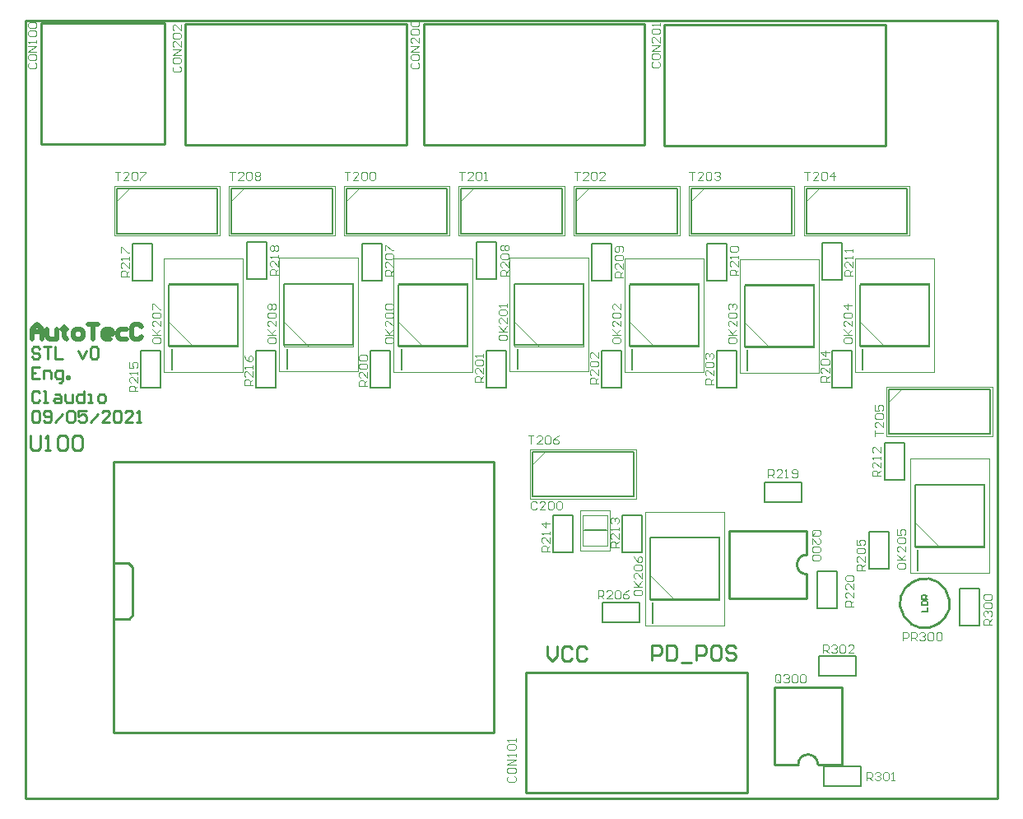
<source format=gto>
G04*
G04 #@! TF.GenerationSoftware,Altium Limited,Altium Designer,20.0.13 (296)*
G04*
G04 Layer_Color=65535*
%FSLAX44Y44*%
%MOMM*%
G71*
G01*
G75*
%ADD10C,0.2540*%
%ADD11C,0.2000*%
%ADD12C,0.1270*%
%ADD13C,0.5000*%
%ADD14C,0.1000*%
%ADD15C,0.0500*%
D10*
X906411Y175070D02*
G03*
X906673Y174658I-21221J-13780D01*
G01*
X775050Y-4318D02*
G03*
X755050Y-4318I-10000J0D01*
G01*
X763778Y211170D02*
G03*
X763778Y191170I0J-10000D01*
G01*
X51480Y145470D02*
X66620D01*
X70260Y149110D01*
Y198180D01*
X66020Y202420D02*
X70260Y198180D01*
X50270Y202420D02*
X66020D01*
X50520Y28310D02*
X442150D01*
X50520D02*
Y306900D01*
X442150D01*
Y28310D02*
Y306900D01*
X474980Y-33485D02*
Y90320D01*
Y-33485D02*
X702345D01*
Y90320D01*
X474980D02*
X702345D01*
X775050Y-4318D02*
X799850D01*
Y75184D01*
X730254D02*
X799850D01*
X730254Y-4318D02*
Y75184D01*
Y-4318D02*
X755050D01*
X763778Y166374D02*
Y191170D01*
X684276Y166374D02*
X763778D01*
X684276D02*
Y235970D01*
X763778D01*
Y211170D02*
Y235970D01*
X-24130Y633984D02*
X102870D01*
X-24130D02*
Y758444D01*
X102870D01*
Y633984D02*
Y758444D01*
X597025Y633045D02*
Y756850D01*
X369660D02*
X597025D01*
X369660Y633045D02*
Y756850D01*
Y633045D02*
X597025D01*
X844550Y632310D02*
Y756115D01*
X617185D02*
X844550D01*
X617185Y632310D02*
Y756115D01*
Y632310D02*
X844550D01*
X351915Y633045D02*
Y756850D01*
X124550D02*
X351915D01*
X124550Y633045D02*
Y756850D01*
Y633045D02*
X351915D01*
X-25463Y423009D02*
X-27462Y425009D01*
X-31461D01*
X-33460Y423009D01*
Y421010D01*
X-31461Y419011D01*
X-27462D01*
X-25463Y417011D01*
Y415012D01*
X-27462Y413013D01*
X-31461D01*
X-33460Y415012D01*
X-21464Y425009D02*
X-13467D01*
X-17465D01*
Y413013D01*
X-9468Y425009D02*
Y413013D01*
X-1470D01*
X14525Y421010D02*
X18523Y413013D01*
X22522Y421010D01*
X26521Y423009D02*
X28520Y425009D01*
X32519D01*
X34518Y423009D01*
Y415012D01*
X32519Y413013D01*
X28520D01*
X26521Y415012D01*
Y423009D01*
X-25463Y404518D02*
X-33460D01*
Y392521D01*
X-25463D01*
X-33460Y398519D02*
X-29461D01*
X-21464Y392521D02*
Y400519D01*
X-15466D01*
X-13467Y398519D01*
Y392521D01*
X-5469Y388523D02*
X-3470D01*
X-1470Y390522D01*
Y400519D01*
X-7468D01*
X-9468Y398519D01*
Y394521D01*
X-7468Y392521D01*
X-1470D01*
X2528D02*
Y394521D01*
X4528D01*
Y392521D01*
X2528D01*
X-25463Y378028D02*
X-27462Y380028D01*
X-31461D01*
X-33460Y378028D01*
Y370031D01*
X-31461Y368031D01*
X-27462D01*
X-25463Y370031D01*
X-21464Y368031D02*
X-17465D01*
X-19464D01*
Y380028D01*
X-21464D01*
X-9468Y376029D02*
X-5469D01*
X-3470Y374029D01*
Y368031D01*
X-9468D01*
X-11467Y370031D01*
X-9468Y372030D01*
X-3470D01*
X529Y376029D02*
Y370031D01*
X2528Y368031D01*
X8526D01*
Y376029D01*
X20522Y380028D02*
Y368031D01*
X14525D01*
X12525Y370031D01*
Y374029D01*
X14525Y376029D01*
X20522D01*
X24521Y368031D02*
X28520D01*
X26521D01*
Y376029D01*
X24521D01*
X36517Y368031D02*
X40516D01*
X42515Y370031D01*
Y374029D01*
X40516Y376029D01*
X36517D01*
X34518Y374029D01*
Y370031D01*
X36517Y368031D01*
X-33460Y357537D02*
X-31461Y359536D01*
X-27462D01*
X-25463Y357537D01*
Y349539D01*
X-27462Y347540D01*
X-31461D01*
X-33460Y349539D01*
Y357537D01*
X-21464Y349539D02*
X-19464Y347540D01*
X-15466D01*
X-13467Y349539D01*
Y357537D01*
X-15466Y359536D01*
X-19464D01*
X-21464Y357537D01*
Y355537D01*
X-19464Y353538D01*
X-13467D01*
X-9468Y347540D02*
X-1470Y355537D01*
X2528Y357537D02*
X4528Y359536D01*
X8526D01*
X10526Y357537D01*
Y349539D01*
X8526Y347540D01*
X4528D01*
X2528Y349539D01*
Y357537D01*
X22522Y359536D02*
X14525D01*
Y353538D01*
X18523Y355537D01*
X20522D01*
X22522Y353538D01*
Y349539D01*
X20522Y347540D01*
X16524D01*
X14525Y349539D01*
X26521Y347540D02*
X34518Y355537D01*
X46514Y347540D02*
X38517D01*
X46514Y355537D01*
Y357537D01*
X44515Y359536D01*
X40516D01*
X38517Y357537D01*
X50513D02*
X52512Y359536D01*
X56511D01*
X58510Y357537D01*
Y349539D01*
X56511Y347540D01*
X52512D01*
X50513Y349539D01*
Y357537D01*
X70506Y347540D02*
X62509D01*
X70506Y355537D01*
Y357537D01*
X68507Y359536D01*
X64508D01*
X62509Y357537D01*
X74505Y347540D02*
X78504D01*
X76504D01*
Y359536D01*
X74505Y357537D01*
X-34581Y333528D02*
Y320832D01*
X-32042Y318293D01*
X-26964D01*
X-24424Y320832D01*
Y333528D01*
X-19346Y318293D02*
X-14268D01*
X-16807D01*
Y333528D01*
X-19346Y330989D01*
X-6650D02*
X-4111Y333528D01*
X967D01*
X3507Y330989D01*
Y320832D01*
X967Y318293D01*
X-4111D01*
X-6650Y320832D01*
Y330989D01*
X8585D02*
X11124Y333528D01*
X16203D01*
X18742Y330989D01*
Y320832D01*
X16203Y318293D01*
X11124D01*
X8585Y320832D01*
Y330989D01*
X604540Y103079D02*
Y118314D01*
X612158D01*
X614697Y115775D01*
Y110697D01*
X612158Y108158D01*
X604540D01*
X619775Y118314D02*
Y103079D01*
X627393D01*
X629932Y105618D01*
Y115775D01*
X627393Y118314D01*
X619775D01*
X635010Y100540D02*
X645167D01*
X650245Y103079D02*
Y118314D01*
X657863D01*
X660402Y115775D01*
Y110697D01*
X657863Y108158D01*
X650245D01*
X673098Y118314D02*
X668019D01*
X665480Y115775D01*
Y105618D01*
X668019Y103079D01*
X673098D01*
X675637Y105618D01*
Y115775D01*
X673098Y118314D01*
X690872Y115775D02*
X688333Y118314D01*
X683254D01*
X680715Y115775D01*
Y113236D01*
X683254Y110697D01*
X688333D01*
X690872Y108158D01*
Y105618D01*
X688333Y103079D01*
X683254D01*
X680715Y105618D01*
X496540Y116775D02*
Y106618D01*
X501618Y101540D01*
X506697Y106618D01*
Y116775D01*
X521932Y114236D02*
X519393Y116775D01*
X514314D01*
X511775Y114236D01*
Y104079D01*
X514314Y101540D01*
X519393D01*
X521932Y104079D01*
X537167Y114236D02*
X534628Y116775D01*
X529549D01*
X527010Y114236D01*
Y104079D01*
X529549Y101540D01*
X534628D01*
X537167Y104079D01*
X-39880Y760730D02*
X960120D01*
Y560730D02*
Y760730D01*
Y160730D02*
Y560730D01*
Y-39270D02*
Y160730D01*
X-39880Y360730D02*
Y760730D01*
Y-39270D02*
Y360730D01*
X710120Y-39270D02*
X960120D01*
X210120D02*
X710120D01*
X-39880D02*
X210120D01*
D11*
X534600Y236220D02*
X557600D01*
X602787Y165570D02*
Y228570D01*
X673988D01*
Y165570D02*
Y228570D01*
X602787Y165570D02*
X673988D01*
X605487Y141070D02*
Y162070D01*
X481400Y271302D02*
Y287453D01*
Y271302D02*
X481750Y270952D01*
X585400D01*
Y316952D01*
X481400D02*
X585400D01*
X481400Y287453D02*
Y316952D01*
X848430Y335640D02*
Y351790D01*
Y335640D02*
X848780Y335290D01*
X952430D01*
Y381290D01*
X848430D02*
X952430D01*
X848430Y351790D02*
Y381290D01*
X818688Y426215D02*
Y489215D01*
X889887D01*
Y426215D02*
Y489215D01*
X818688Y426215D02*
X889887D01*
X821388Y401715D02*
Y422715D01*
X699830Y425385D02*
Y488385D01*
X771030D01*
Y425385D02*
Y488385D01*
X699830Y425385D02*
X771030D01*
X702530Y400885D02*
Y421885D01*
X581323Y426215D02*
Y489215D01*
X652523D01*
Y426215D02*
Y489215D01*
X581323Y426215D02*
X652523D01*
X584023Y401715D02*
Y422715D01*
X463213Y426655D02*
Y489655D01*
X534412D01*
Y426655D02*
Y489655D01*
X463213Y426655D02*
X534412D01*
X465913Y402155D02*
Y423155D01*
X343833Y426215D02*
Y489215D01*
X415033D01*
Y426215D02*
Y489215D01*
X343833Y426215D02*
X415033D01*
X346533Y401715D02*
Y422715D01*
X226145Y426655D02*
Y489655D01*
X297345D01*
Y426655D02*
Y489655D01*
X226145Y426655D02*
X297345D01*
X228845Y402155D02*
Y423155D01*
X107613Y426215D02*
Y489215D01*
X178813D01*
Y426215D02*
Y489215D01*
X107613Y426215D02*
X178813D01*
X110313Y401715D02*
Y422715D01*
X874990Y219960D02*
Y282960D01*
X946190D01*
Y219960D02*
Y282960D01*
X874990Y219960D02*
X946190D01*
X877690Y195460D02*
Y216460D01*
X53635Y542115D02*
Y558265D01*
Y542115D02*
X53985Y541765D01*
X157635D01*
Y587765D01*
X53635D02*
X157635D01*
X53635Y558265D02*
Y587765D01*
X289855Y542115D02*
Y558265D01*
Y542115D02*
X290205Y541765D01*
X393855D01*
Y587765D01*
X289855D02*
X393855D01*
X289855Y558265D02*
Y587765D01*
X171745Y542115D02*
Y558265D01*
Y542115D02*
X172095Y541765D01*
X275745D01*
Y587765D01*
X171745D02*
X275745D01*
X171745Y558265D02*
Y587765D01*
X407765Y542115D02*
Y558265D01*
Y542115D02*
X408115Y541765D01*
X511765D01*
Y587765D01*
X407765D02*
X511765D01*
X407765Y558265D02*
Y587765D01*
X526500Y542115D02*
Y558265D01*
Y542115D02*
X526850Y541765D01*
X630500D01*
Y587765D01*
X526500D02*
X630500D01*
X526500Y558265D02*
Y587765D01*
X644610Y542115D02*
Y558265D01*
Y542115D02*
X644960Y541765D01*
X748610D01*
Y587765D01*
X644610D02*
X748610D01*
X644610Y558265D02*
Y587765D01*
X763118Y542115D02*
Y558265D01*
Y542115D02*
X763468Y541765D01*
X867117D01*
Y587765D01*
X763118D02*
X867117D01*
X763118Y558265D02*
Y587765D01*
D12*
X775970Y86360D02*
X814070D01*
X775970D02*
Y106680D01*
X814070Y86360D02*
Y106680D01*
X775970D02*
X814070D01*
X920750Y138430D02*
Y176530D01*
X941070D01*
X920750Y138430D02*
X941070D01*
Y176530D01*
X781050Y-26670D02*
X819150D01*
X781050D02*
Y-6350D01*
X819150Y-26670D02*
Y-6350D01*
X781050D02*
X819150D01*
X774700Y156210D02*
Y194310D01*
X795020D01*
X774700Y156210D02*
X795020D01*
Y194310D01*
X720090Y265430D02*
X758190D01*
X720090D02*
Y285750D01*
X758190Y265430D02*
Y285750D01*
X720090D02*
X758190D01*
X553845Y141410D02*
X591945D01*
X553845D02*
Y161730D01*
X591945Y141410D02*
Y161730D01*
X553845D02*
X591945D01*
X523240Y213360D02*
Y251460D01*
X502920Y213360D02*
X523240D01*
X502920Y251460D02*
X523240D01*
X502920Y213360D02*
Y251460D01*
X574040Y213360D02*
Y251460D01*
X594360D01*
X574040Y213360D02*
X594360D01*
Y251460D01*
X799777Y494325D02*
Y532425D01*
X779457Y494325D02*
X799777D01*
X779457Y532425D02*
X799777D01*
X779457Y494325D02*
Y532425D01*
X810260Y383005D02*
Y421105D01*
X789940Y383005D02*
X810260D01*
X789940Y421105D02*
X810260D01*
X789940Y383005D02*
Y421105D01*
X691402Y383445D02*
Y421545D01*
X671082Y383445D02*
X691402D01*
X671082Y421545D02*
X691402D01*
X671082Y383445D02*
Y421545D01*
X681270Y493495D02*
Y531595D01*
X660950Y493495D02*
X681270D01*
X660950Y531595D02*
X681270D01*
X660950Y493495D02*
Y531595D01*
X563160Y493495D02*
Y531595D01*
X542840Y493495D02*
X563160D01*
X542840Y531595D02*
X563160D01*
X542840Y493495D02*
Y531595D01*
X572895Y383005D02*
Y421105D01*
X552575Y383005D02*
X572895D01*
X552575Y421105D02*
X572895D01*
X552575Y383005D02*
Y421105D01*
X444425Y494765D02*
Y532865D01*
X424105Y494765D02*
X444425D01*
X424105Y532865D02*
X444425D01*
X424105Y494765D02*
Y532865D01*
X454785Y383005D02*
Y421105D01*
X434465Y383005D02*
X454785D01*
X434465Y421105D02*
X454785D01*
X434465Y383005D02*
Y421105D01*
X335405Y383005D02*
Y421105D01*
X315085Y383005D02*
X335405D01*
X315085Y421105D02*
X335405D01*
X315085Y383005D02*
Y421105D01*
X326515Y493495D02*
Y531595D01*
X306195Y493495D02*
X326515D01*
X306195Y531595D02*
X326515D01*
X306195Y493495D02*
Y531595D01*
X217295Y383005D02*
Y421105D01*
X196975Y383005D02*
X217295D01*
X196975Y421105D02*
X217295D01*
X196975Y383005D02*
Y421105D01*
X208405Y494765D02*
Y532865D01*
X188085Y494765D02*
X208405D01*
X188085Y532865D02*
X208405D01*
X188085Y494765D02*
Y532865D01*
X99185Y383005D02*
Y421105D01*
X78865Y383005D02*
X99185D01*
X78865Y421105D02*
X99185D01*
X78865Y383005D02*
Y421105D01*
X90295Y493495D02*
Y531595D01*
X69975Y493495D02*
X90295D01*
X69975Y531595D02*
X90295D01*
X69975Y493495D02*
Y531595D01*
X864447Y288070D02*
Y326170D01*
X844127Y288070D02*
X864447D01*
X844127Y326170D02*
X864447D01*
X844127Y288070D02*
Y326170D01*
X828040Y197070D02*
Y235170D01*
X848360D01*
X828040Y197070D02*
X848360D01*
Y235170D01*
X881842Y152890D02*
X888190D01*
Y157122D01*
X881842Y159238D02*
X888190D01*
Y162412D01*
X887132Y163470D01*
X882900D01*
X881842Y162412D01*
Y159238D01*
X888190Y165586D02*
X881842D01*
Y168760D01*
X882900Y169818D01*
X885016D01*
X886074Y168760D01*
Y165586D01*
Y167702D02*
X888190Y169818D01*
D13*
X-33000Y433000D02*
Y442997D01*
X-28002Y447995D01*
X-23003Y442997D01*
Y433000D01*
Y440498D01*
X-33000D01*
X-18005Y442997D02*
Y435499D01*
X-15506Y433000D01*
X-8008D01*
Y442997D01*
X-510Y445496D02*
Y442997D01*
X-3010D01*
X1989D01*
X-510D01*
Y435499D01*
X1989Y433000D01*
X11985D02*
X16984D01*
X19483Y435499D01*
Y440498D01*
X16984Y442997D01*
X11985D01*
X9486Y440498D01*
Y435499D01*
X11985Y433000D01*
X24481Y447995D02*
X34478D01*
X29480D01*
Y433000D01*
X46974D02*
X41976D01*
X39476Y435499D01*
Y440498D01*
X41976Y442997D01*
X46974D01*
X49473Y440498D01*
Y437998D01*
X39476D01*
X64468Y442997D02*
X56971D01*
X54472Y440498D01*
Y435499D01*
X56971Y433000D01*
X64468D01*
X79464Y445496D02*
X76964Y447995D01*
X71966D01*
X69467Y445496D01*
Y435499D01*
X71966Y433000D01*
X76964D01*
X79464Y435499D01*
D14*
X485970Y264866D02*
X484537Y266299D01*
X481671D01*
X480238Y264866D01*
Y259134D01*
X481671Y257701D01*
X484537D01*
X485970Y259134D01*
X494567Y257701D02*
X488836D01*
X494567Y263433D01*
Y264866D01*
X493134Y266299D01*
X490269D01*
X488836Y264866D01*
X497433D02*
X498866Y266299D01*
X501731D01*
X503164Y264866D01*
Y259134D01*
X501731Y257701D01*
X498866D01*
X497433Y259134D01*
Y264866D01*
X506030D02*
X507463Y266299D01*
X510329D01*
X511762Y264866D01*
Y259134D01*
X510329Y257701D01*
X507463D01*
X506030Y259134D01*
Y264866D01*
X457134Y-16478D02*
X455701Y-17911D01*
Y-20777D01*
X457134Y-22209D01*
X462866D01*
X464299Y-20777D01*
Y-17911D01*
X462866Y-16478D01*
X455701Y-9314D02*
Y-12179D01*
X457134Y-13612D01*
X462866D01*
X464299Y-12179D01*
Y-9314D01*
X462866Y-7881D01*
X457134D01*
X455701Y-9314D01*
X464299Y-5015D02*
X455701D01*
X464299Y716D01*
X455701D01*
X464299Y3582D02*
Y6448D01*
Y5015D01*
X455701D01*
X457134Y3582D01*
Y10747D02*
X455701Y12179D01*
Y15045D01*
X457134Y16478D01*
X462866D01*
X464299Y15045D01*
Y12179D01*
X462866Y10747D01*
X457134D01*
X464299Y19344D02*
Y22209D01*
Y20777D01*
X455701D01*
X457134Y19344D01*
X780528Y110001D02*
Y118599D01*
X784827D01*
X786260Y117166D01*
Y114300D01*
X784827Y112867D01*
X780528D01*
X783394D02*
X786260Y110001D01*
X789126Y117166D02*
X790558Y118599D01*
X793424D01*
X794857Y117166D01*
Y115733D01*
X793424Y114300D01*
X791991D01*
X793424D01*
X794857Y112867D01*
Y111434D01*
X793424Y110001D01*
X790558D01*
X789126Y111434D01*
X797723Y117166D02*
X799156Y118599D01*
X802021D01*
X803454Y117166D01*
Y111434D01*
X802021Y110001D01*
X799156D01*
X797723Y111434D01*
Y117166D01*
X812052Y110001D02*
X806320D01*
X812052Y115733D01*
Y117166D01*
X810619Y118599D01*
X807753D01*
X806320Y117166D01*
X862590Y122701D02*
Y131299D01*
X866888D01*
X868321Y129866D01*
Y127000D01*
X866888Y125567D01*
X862590D01*
X871187Y122701D02*
Y131299D01*
X875486D01*
X876918Y129866D01*
Y127000D01*
X875486Y125567D01*
X871187D01*
X874053D02*
X876918Y122701D01*
X879784Y129866D02*
X881217Y131299D01*
X884083D01*
X885516Y129866D01*
Y128433D01*
X884083Y127000D01*
X882650D01*
X884083D01*
X885516Y125567D01*
Y124134D01*
X884083Y122701D01*
X881217D01*
X879784Y124134D01*
X888382Y129866D02*
X889814Y131299D01*
X892680D01*
X894113Y129866D01*
Y124134D01*
X892680Y122701D01*
X889814D01*
X888382Y124134D01*
Y129866D01*
X896979D02*
X898412Y131299D01*
X901277D01*
X902710Y129866D01*
Y124134D01*
X901277Y122701D01*
X898412D01*
X896979Y124134D01*
Y129866D01*
X736730Y80954D02*
Y86686D01*
X735297Y88119D01*
X732431D01*
X730998Y86686D01*
Y80954D01*
X732431Y79521D01*
X735297D01*
X733864Y82387D02*
X736730Y79521D01*
X735297D02*
X736730Y80954D01*
X739596Y86686D02*
X741029Y88119D01*
X743894D01*
X745327Y86686D01*
Y85253D01*
X743894Y83820D01*
X742461D01*
X743894D01*
X745327Y82387D01*
Y80954D01*
X743894Y79521D01*
X741029D01*
X739596Y80954D01*
X748193Y86686D02*
X749626Y88119D01*
X752492D01*
X753924Y86686D01*
Y80954D01*
X752492Y79521D01*
X749626D01*
X748193Y80954D01*
Y86686D01*
X756790D02*
X758223Y88119D01*
X761089D01*
X762522Y86686D01*
Y80954D01*
X761089Y79521D01*
X758223D01*
X756790Y80954D01*
Y86686D01*
X954259Y139178D02*
X945661D01*
Y143477D01*
X947094Y144910D01*
X949960D01*
X951393Y143477D01*
Y139178D01*
Y142044D02*
X954259Y144910D01*
X947094Y147776D02*
X945661Y149208D01*
Y152074D01*
X947094Y153507D01*
X948527D01*
X949960Y152074D01*
Y150641D01*
Y152074D01*
X951393Y153507D01*
X952826D01*
X954259Y152074D01*
Y149208D01*
X952826Y147776D01*
X947094Y156373D02*
X945661Y157806D01*
Y160672D01*
X947094Y162104D01*
X952826D01*
X954259Y160672D01*
Y157806D01*
X952826Y156373D01*
X947094D01*
Y164970D02*
X945661Y166403D01*
Y169269D01*
X947094Y170702D01*
X952826D01*
X954259Y169269D01*
Y166403D01*
X952826Y164970D01*
X947094D01*
X825141Y-20809D02*
Y-12211D01*
X829440D01*
X830873Y-13644D01*
Y-16510D01*
X829440Y-17943D01*
X825141D01*
X828007D02*
X830873Y-20809D01*
X833738Y-13644D02*
X835171Y-12211D01*
X838037D01*
X839470Y-13644D01*
Y-15077D01*
X838037Y-16510D01*
X836604D01*
X838037D01*
X839470Y-17943D01*
Y-19376D01*
X838037Y-20809D01*
X835171D01*
X833738Y-19376D01*
X842336Y-13644D02*
X843769Y-12211D01*
X846634D01*
X848067Y-13644D01*
Y-19376D01*
X846634Y-20809D01*
X843769D01*
X842336Y-19376D01*
Y-13644D01*
X850933Y-20809D02*
X853799D01*
X852366D01*
Y-12211D01*
X850933Y-13644D01*
X812019Y158228D02*
X803421D01*
Y162527D01*
X804854Y163960D01*
X807720D01*
X809153Y162527D01*
Y158228D01*
Y161094D02*
X812019Y163960D01*
Y172557D02*
Y166826D01*
X806287Y172557D01*
X804854D01*
X803421Y171124D01*
Y168258D01*
X804854Y166826D01*
X812019Y181154D02*
Y175423D01*
X806287Y181154D01*
X804854D01*
X803421Y179722D01*
Y176856D01*
X804854Y175423D01*
Y184020D02*
X803421Y185453D01*
Y188319D01*
X804854Y189752D01*
X810586D01*
X812019Y188319D01*
Y185453D01*
X810586Y184020D01*
X804854D01*
X724095Y290341D02*
Y298939D01*
X728393D01*
X729826Y297506D01*
Y294640D01*
X728393Y293207D01*
X724095D01*
X726961D02*
X729826Y290341D01*
X738424D02*
X732692D01*
X738424Y296073D01*
Y297506D01*
X736991Y298939D01*
X734125D01*
X732692Y297506D01*
X741289Y290341D02*
X744155D01*
X742722D01*
Y298939D01*
X741289Y297506D01*
X748454Y291774D02*
X749886Y290341D01*
X752752D01*
X754185Y291774D01*
Y297506D01*
X752752Y298939D01*
X749886D01*
X748454Y297506D01*
Y296073D01*
X749886Y294640D01*
X754185D01*
X770564Y231010D02*
X776296D01*
X777729Y232443D01*
Y235309D01*
X776296Y236742D01*
X770564D01*
X769131Y235309D01*
Y232443D01*
X771997Y233876D02*
X769131Y231010D01*
Y232443D02*
X770564Y231010D01*
X769131Y222413D02*
Y228144D01*
X774863Y222413D01*
X776296D01*
X777729Y223846D01*
Y226712D01*
X776296Y228144D01*
Y219547D02*
X777729Y218114D01*
Y215249D01*
X776296Y213816D01*
X770564D01*
X769131Y215249D01*
Y218114D01*
X770564Y219547D01*
X776296D01*
Y210950D02*
X777729Y209517D01*
Y206651D01*
X776296Y205218D01*
X770564D01*
X769131Y206651D01*
Y209517D01*
X770564Y210950D01*
X776296D01*
X-35886Y717419D02*
X-37319Y715986D01*
Y713120D01*
X-35886Y711688D01*
X-30154D01*
X-28721Y713120D01*
Y715986D01*
X-30154Y717419D01*
X-37319Y724584D02*
Y721718D01*
X-35886Y720285D01*
X-30154D01*
X-28721Y721718D01*
Y724584D01*
X-30154Y726016D01*
X-35886D01*
X-37319Y724584D01*
X-28721Y728882D02*
X-37319D01*
X-28721Y734614D01*
X-37319D01*
X-28721Y737479D02*
Y740345D01*
Y738912D01*
X-37319D01*
X-35886Y737479D01*
Y744644D02*
X-37319Y746077D01*
Y748942D01*
X-35886Y750375D01*
X-30154D01*
X-28721Y748942D01*
Y746077D01*
X-30154Y744644D01*
X-35886D01*
Y753241D02*
X-37319Y754674D01*
Y757540D01*
X-35886Y758972D01*
X-30154D01*
X-28721Y757540D01*
Y754674D01*
X-30154Y753241D01*
X-35886D01*
X170051Y605216D02*
X175783D01*
X172917D01*
Y596619D01*
X184380D02*
X178648D01*
X184380Y602351D01*
Y603783D01*
X182947Y605216D01*
X180081D01*
X178648Y603783D01*
X187246D02*
X188678Y605216D01*
X191544D01*
X192977Y603783D01*
Y598052D01*
X191544Y596619D01*
X188678D01*
X187246Y598052D01*
Y603783D01*
X195843D02*
X197276Y605216D01*
X200141D01*
X201574Y603783D01*
Y602351D01*
X200141Y600918D01*
X201574Y599485D01*
Y598052D01*
X200141Y596619D01*
X197276D01*
X195843Y598052D01*
Y599485D01*
X197276Y600918D01*
X195843Y602351D01*
Y603783D01*
X197276Y600918D02*
X200141D01*
X51941Y605216D02*
X57673D01*
X54807D01*
Y596619D01*
X66270D02*
X60538D01*
X66270Y602351D01*
Y603783D01*
X64837Y605216D01*
X61971D01*
X60538Y603783D01*
X69135D02*
X70568Y605216D01*
X73434D01*
X74867Y603783D01*
Y598052D01*
X73434Y596619D01*
X70568D01*
X69135Y598052D01*
Y603783D01*
X77733Y605216D02*
X83464D01*
Y603783D01*
X77733Y598052D01*
Y596619D01*
X477098Y333661D02*
X482830D01*
X479964D01*
Y325064D01*
X491427D02*
X485696D01*
X491427Y330795D01*
Y332228D01*
X489994Y333661D01*
X487128D01*
X485696Y332228D01*
X494293D02*
X495726Y333661D01*
X498591D01*
X500024Y332228D01*
Y326497D01*
X498591Y325064D01*
X495726D01*
X494293Y326497D01*
Y332228D01*
X508622Y333661D02*
X505756Y332228D01*
X502890Y329362D01*
Y326497D01*
X504323Y325064D01*
X507189D01*
X508622Y326497D01*
Y327930D01*
X507189Y329362D01*
X502890D01*
X833901Y333488D02*
Y339220D01*
Y336354D01*
X842499D01*
Y347817D02*
Y342086D01*
X836767Y347817D01*
X835334D01*
X833901Y346384D01*
Y343518D01*
X835334Y342086D01*
Y350683D02*
X833901Y352116D01*
Y354981D01*
X835334Y356414D01*
X841066D01*
X842499Y354981D01*
Y352116D01*
X841066Y350683D01*
X835334D01*
X833901Y365012D02*
Y359280D01*
X838200D01*
X836767Y362146D01*
Y363579D01*
X838200Y365012D01*
X841066D01*
X842499Y363579D01*
Y360713D01*
X841066Y359280D01*
X761363Y605216D02*
X767094D01*
X764229D01*
Y596619D01*
X775692D02*
X769960D01*
X775692Y602351D01*
Y603783D01*
X774259Y605216D01*
X771393D01*
X769960Y603783D01*
X778558D02*
X779990Y605216D01*
X782856D01*
X784289Y603783D01*
Y598052D01*
X782856Y596619D01*
X779990D01*
X778558Y598052D01*
Y603783D01*
X791453Y596619D02*
Y605216D01*
X787155Y600918D01*
X792886D01*
X642745Y605216D02*
X648476D01*
X645611D01*
Y596619D01*
X657074D02*
X651342D01*
X657074Y602351D01*
Y603783D01*
X655641Y605216D01*
X652775D01*
X651342Y603783D01*
X659939D02*
X661372Y605216D01*
X664238D01*
X665671Y603783D01*
Y598052D01*
X664238Y596619D01*
X661372D01*
X659939Y598052D01*
Y603783D01*
X668537D02*
X669970Y605216D01*
X672835D01*
X674268Y603783D01*
Y602351D01*
X672835Y600918D01*
X671403D01*
X672835D01*
X674268Y599485D01*
Y598052D01*
X672835Y596619D01*
X669970D01*
X668537Y598052D01*
X524635Y605216D02*
X530367D01*
X527501D01*
Y596619D01*
X538964D02*
X533232D01*
X538964Y602351D01*
Y603783D01*
X537531Y605216D01*
X534665D01*
X533232Y603783D01*
X541829D02*
X543262Y605216D01*
X546128D01*
X547561Y603783D01*
Y598052D01*
X546128Y596619D01*
X543262D01*
X541829Y598052D01*
Y603783D01*
X556158Y596619D02*
X550427D01*
X556158Y602351D01*
Y603783D01*
X554725Y605216D01*
X551860D01*
X550427Y603783D01*
X406017Y605216D02*
X411749D01*
X408883D01*
Y596619D01*
X420346D02*
X414614D01*
X420346Y602351D01*
Y603783D01*
X418913Y605216D01*
X416047D01*
X414614Y603783D01*
X423212D02*
X424644Y605216D01*
X427510D01*
X428943Y603783D01*
Y598052D01*
X427510Y596619D01*
X424644D01*
X423212Y598052D01*
Y603783D01*
X431809Y596619D02*
X434674D01*
X433242D01*
Y605216D01*
X431809Y603783D01*
X288161Y605216D02*
X293892D01*
X291027D01*
Y596619D01*
X302490D02*
X296758D01*
X302490Y602351D01*
Y603783D01*
X301057Y605216D01*
X298191D01*
X296758Y603783D01*
X305355D02*
X306788Y605216D01*
X309654D01*
X311087Y603783D01*
Y598052D01*
X309654Y596619D01*
X306788D01*
X305355Y598052D01*
Y603783D01*
X313953D02*
X315386Y605216D01*
X318251D01*
X319684Y603783D01*
Y598052D01*
X318251Y596619D01*
X315386D01*
X313953Y598052D01*
Y603783D01*
X220324Y499210D02*
X211726D01*
Y503508D01*
X213159Y504941D01*
X216025D01*
X217458Y503508D01*
Y499210D01*
Y502076D02*
X220324Y504941D01*
Y513539D02*
Y507807D01*
X214592Y513539D01*
X213159D01*
X211726Y512106D01*
Y509240D01*
X213159Y507807D01*
X220324Y516404D02*
Y519270D01*
Y517837D01*
X211726D01*
X213159Y516404D01*
Y523569D02*
X211726Y525001D01*
Y527867D01*
X213159Y529300D01*
X214592D01*
X216025Y527867D01*
X217458Y529300D01*
X218891D01*
X220324Y527867D01*
Y525001D01*
X218891Y523569D01*
X217458D01*
X216025Y525001D01*
X214592Y523569D01*
X213159D01*
X216025Y525001D02*
Y527867D01*
X66654Y497500D02*
X58056D01*
Y501799D01*
X59489Y503231D01*
X62355D01*
X63788Y501799D01*
Y497500D01*
Y500366D02*
X66654Y503231D01*
Y511829D02*
Y506097D01*
X60922Y511829D01*
X59489D01*
X58056Y510396D01*
Y507530D01*
X59489Y506097D01*
X66654Y514694D02*
Y517560D01*
Y516127D01*
X58056D01*
X59489Y514694D01*
X58056Y521859D02*
Y527590D01*
X59489D01*
X65221Y521859D01*
X66654D01*
X193654Y385740D02*
X185056D01*
Y390038D01*
X186489Y391471D01*
X189355D01*
X190788Y390038D01*
Y385740D01*
Y388606D02*
X193654Y391471D01*
Y400069D02*
Y394337D01*
X187922Y400069D01*
X186489D01*
X185056Y398636D01*
Y395770D01*
X186489Y394337D01*
X193654Y402934D02*
Y405800D01*
Y404367D01*
X185056D01*
X186489Y402934D01*
X185056Y415830D02*
X186489Y412964D01*
X189355Y410099D01*
X192221D01*
X193654Y411531D01*
Y414397D01*
X192221Y415830D01*
X190788D01*
X189355Y414397D01*
Y410099D01*
X75544Y379390D02*
X66946D01*
Y383689D01*
X68379Y385121D01*
X71245D01*
X72678Y383689D01*
Y379390D01*
Y382256D02*
X75544Y385121D01*
Y393719D02*
Y387987D01*
X69812Y393719D01*
X68379D01*
X66946Y392286D01*
Y389420D01*
X68379Y387987D01*
X75544Y396584D02*
Y399450D01*
Y398017D01*
X66946D01*
X68379Y396584D01*
X66946Y409480D02*
Y403749D01*
X71245D01*
X69812Y406614D01*
Y408047D01*
X71245Y409480D01*
X74111D01*
X75544Y408047D01*
Y405182D01*
X74111Y403749D01*
X499599Y214825D02*
X491001D01*
Y219123D01*
X492434Y220556D01*
X495300D01*
X496733Y219123D01*
Y214825D01*
Y217691D02*
X499599Y220556D01*
Y229154D02*
Y223422D01*
X493867Y229154D01*
X492434D01*
X491001Y227721D01*
Y224855D01*
X492434Y223422D01*
X499599Y232019D02*
Y234885D01*
Y233452D01*
X491001D01*
X492434Y232019D01*
X499599Y243482D02*
X491001D01*
X495300Y239184D01*
Y244915D01*
X570299Y218955D02*
X561701D01*
Y223253D01*
X563134Y224686D01*
X566000D01*
X567433Y223253D01*
Y218955D01*
Y221821D02*
X570299Y224686D01*
Y233284D02*
Y227552D01*
X564567Y233284D01*
X563134D01*
X561701Y231851D01*
Y228985D01*
X563134Y227552D01*
X570299Y236149D02*
Y239015D01*
Y237582D01*
X561701D01*
X563134Y236149D01*
Y243314D02*
X561701Y244746D01*
Y247612D01*
X563134Y249045D01*
X564567D01*
X566000Y247612D01*
Y246179D01*
Y247612D01*
X567433Y249045D01*
X568866D01*
X570299Y247612D01*
Y244746D01*
X568866Y243314D01*
X839536Y292075D02*
X830939D01*
Y296373D01*
X832372Y297806D01*
X835238D01*
X836670Y296373D01*
Y292075D01*
Y294940D02*
X839536Y297806D01*
Y306404D02*
Y300672D01*
X833805Y306404D01*
X832372D01*
X830939Y304971D01*
Y302105D01*
X832372Y300672D01*
X839536Y309269D02*
Y312135D01*
Y310702D01*
X830939D01*
X832372Y309269D01*
X839536Y322165D02*
Y316434D01*
X833805Y322165D01*
X832372D01*
X830939Y320732D01*
Y317866D01*
X832372Y316434D01*
X811299Y498388D02*
X802701D01*
Y502686D01*
X804134Y504119D01*
X807000D01*
X808433Y502686D01*
Y498388D01*
Y501254D02*
X811299Y504119D01*
Y512716D02*
Y506985D01*
X805567Y512716D01*
X804134D01*
X802701Y511284D01*
Y508418D01*
X804134Y506985D01*
X811299Y515582D02*
Y518448D01*
Y517015D01*
X802701D01*
X804134Y515582D01*
X811299Y522747D02*
Y525612D01*
Y524179D01*
X802701D01*
X804134Y522747D01*
X693189Y498770D02*
X684591D01*
Y503068D01*
X686024Y504501D01*
X688890D01*
X690323Y503068D01*
Y498770D01*
Y501636D02*
X693189Y504501D01*
Y513098D02*
Y507367D01*
X687457Y513098D01*
X686024D01*
X684591Y511666D01*
Y508800D01*
X686024Y507367D01*
X693189Y515964D02*
Y518830D01*
Y517397D01*
X684591D01*
X686024Y515964D01*
Y523129D02*
X684591Y524562D01*
Y527427D01*
X686024Y528860D01*
X691756D01*
X693189Y527427D01*
Y524562D01*
X691756Y523129D01*
X686024D01*
X575079Y496783D02*
X566481D01*
Y501082D01*
X567914Y502515D01*
X570780D01*
X572213Y501082D01*
Y496783D01*
Y499649D02*
X575079Y502515D01*
Y511112D02*
Y505381D01*
X569347Y511112D01*
X567914D01*
X566481Y509679D01*
Y506814D01*
X567914Y505381D01*
Y513978D02*
X566481Y515411D01*
Y518276D01*
X567914Y519709D01*
X573646D01*
X575079Y518276D01*
Y515411D01*
X573646Y513978D01*
X567914D01*
X573646Y522575D02*
X575079Y524008D01*
Y526874D01*
X573646Y528307D01*
X567914D01*
X566481Y526874D01*
Y524008D01*
X567914Y522575D01*
X569347D01*
X570780Y524008D01*
Y528307D01*
X457299Y498238D02*
X448701D01*
Y502537D01*
X450134Y503970D01*
X453000D01*
X454433Y502537D01*
Y498238D01*
Y501104D02*
X457299Y503970D01*
Y512567D02*
Y506836D01*
X451567Y512567D01*
X450134D01*
X448701Y511134D01*
Y508269D01*
X450134Y506836D01*
Y515433D02*
X448701Y516866D01*
Y519731D01*
X450134Y521164D01*
X455866D01*
X457299Y519731D01*
Y516866D01*
X455866Y515433D01*
X450134D01*
Y524030D02*
X448701Y525463D01*
Y528329D01*
X450134Y529762D01*
X451567D01*
X453000Y528329D01*
X454433Y529762D01*
X455866D01*
X457299Y528329D01*
Y525463D01*
X455866Y524030D01*
X454433D01*
X453000Y525463D01*
X451567Y524030D01*
X450134D01*
X453000Y525463D02*
Y528329D01*
X338434Y498273D02*
X329836D01*
Y502572D01*
X331269Y504005D01*
X334135D01*
X335568Y502572D01*
Y498273D01*
Y501139D02*
X338434Y504005D01*
Y512602D02*
Y506871D01*
X332702Y512602D01*
X331269D01*
X329836Y511169D01*
Y508303D01*
X331269Y506871D01*
Y515468D02*
X329836Y516901D01*
Y519766D01*
X331269Y521199D01*
X337001D01*
X338434Y519766D01*
Y516901D01*
X337001Y515468D01*
X331269D01*
X329836Y524065D02*
Y529797D01*
X331269D01*
X337001Y524065D01*
X338434D01*
X548991Y166001D02*
Y174599D01*
X553290D01*
X554722Y173166D01*
Y170300D01*
X553290Y168867D01*
X548991D01*
X551857D02*
X554722Y166001D01*
X563320D02*
X557588D01*
X563320Y171733D01*
Y173166D01*
X561887Y174599D01*
X559021D01*
X557588Y173166D01*
X566185D02*
X567618Y174599D01*
X570484D01*
X571917Y173166D01*
Y167434D01*
X570484Y166001D01*
X567618D01*
X566185Y167434D01*
Y173166D01*
X580514Y174599D02*
X577648Y173166D01*
X574783Y170300D01*
Y167434D01*
X576216Y166001D01*
X579081D01*
X580514Y167434D01*
Y168867D01*
X579081Y170300D01*
X574783D01*
X823449Y195278D02*
X814851D01*
Y199577D01*
X816284Y201010D01*
X819150D01*
X820583Y199577D01*
Y195278D01*
Y198144D02*
X823449Y201010D01*
Y209607D02*
Y203876D01*
X817717Y209607D01*
X816284D01*
X814851Y208174D01*
Y205308D01*
X816284Y203876D01*
Y212473D02*
X814851Y213906D01*
Y216772D01*
X816284Y218204D01*
X822016D01*
X823449Y216772D01*
Y213906D01*
X822016Y212473D01*
X816284D01*
X814851Y226802D02*
Y221070D01*
X819150D01*
X817717Y223936D01*
Y225369D01*
X819150Y226802D01*
X822016D01*
X823449Y225369D01*
Y222503D01*
X822016Y221070D01*
X786926Y389368D02*
X778329D01*
Y393667D01*
X779762Y395100D01*
X782627D01*
X784060Y393667D01*
Y389368D01*
Y392234D02*
X786926Y395100D01*
Y403697D02*
Y397966D01*
X781195Y403697D01*
X779762D01*
X778329Y402264D01*
Y399398D01*
X779762Y397966D01*
Y406563D02*
X778329Y407996D01*
Y410862D01*
X779762Y412294D01*
X785493D01*
X786926Y410862D01*
Y407996D01*
X785493Y406563D01*
X779762D01*
X786926Y419459D02*
X778329D01*
X782627Y415160D01*
Y420892D01*
X667761Y386733D02*
X659164D01*
Y391032D01*
X660597Y392465D01*
X663463D01*
X664895Y391032D01*
Y386733D01*
Y389599D02*
X667761Y392465D01*
Y401062D02*
Y395331D01*
X662030Y401062D01*
X660597D01*
X659164Y399629D01*
Y396763D01*
X660597Y395331D01*
Y403928D02*
X659164Y405361D01*
Y408226D01*
X660597Y409659D01*
X666328D01*
X667761Y408226D01*
Y405361D01*
X666328Y403928D01*
X660597D01*
Y412525D02*
X659164Y413958D01*
Y416824D01*
X660597Y418256D01*
X662030D01*
X663463Y416824D01*
Y415391D01*
Y416824D01*
X664895Y418256D01*
X666328D01*
X667761Y416824D01*
Y413958D01*
X666328Y412525D01*
X549254Y387563D02*
X540656D01*
Y391862D01*
X542089Y393295D01*
X544955D01*
X546388Y391862D01*
Y387563D01*
Y390429D02*
X549254Y393295D01*
Y401892D02*
Y396161D01*
X543522Y401892D01*
X542089D01*
X540656Y400459D01*
Y397593D01*
X542089Y396161D01*
Y404758D02*
X540656Y406191D01*
Y409057D01*
X542089Y410489D01*
X547821D01*
X549254Y409057D01*
Y406191D01*
X547821Y404758D01*
X542089D01*
X549254Y419087D02*
Y413355D01*
X543522Y419087D01*
X542089D01*
X540656Y417654D01*
Y414788D01*
X542089Y413355D01*
X431144Y388996D02*
X422546D01*
Y393295D01*
X423979Y394728D01*
X426845D01*
X428278Y393295D01*
Y388996D01*
Y391862D02*
X431144Y394728D01*
Y403325D02*
Y397593D01*
X425412Y403325D01*
X423979D01*
X422546Y401892D01*
Y399026D01*
X423979Y397593D01*
Y406191D02*
X422546Y407624D01*
Y410489D01*
X423979Y411922D01*
X429711D01*
X431144Y410489D01*
Y407624D01*
X429711Y406191D01*
X423979D01*
X431144Y414788D02*
Y417654D01*
Y416221D01*
X422546D01*
X423979Y414788D01*
X311764Y385023D02*
X303166D01*
Y389322D01*
X304599Y390755D01*
X307465D01*
X308898Y389322D01*
Y385023D01*
Y387889D02*
X311764Y390755D01*
Y399352D02*
Y393621D01*
X306032Y399352D01*
X304599D01*
X303166Y397919D01*
Y395053D01*
X304599Y393621D01*
Y402218D02*
X303166Y403651D01*
Y406516D01*
X304599Y407949D01*
X310331D01*
X311764Y406516D01*
Y403651D01*
X310331Y402218D01*
X304599D01*
Y410815D02*
X303166Y412248D01*
Y415114D01*
X304599Y416547D01*
X310331D01*
X311764Y415114D01*
Y412248D01*
X310331Y410815D01*
X304599D01*
X209186Y433238D02*
Y430373D01*
X210619Y428940D01*
X216351D01*
X217784Y430373D01*
Y433238D01*
X216351Y434671D01*
X210619D01*
X209186Y433238D01*
Y437537D02*
X217784D01*
X214918D01*
X209186Y443269D01*
X213485Y438970D01*
X217784Y443269D01*
Y451866D02*
Y446134D01*
X212052Y451866D01*
X210619D01*
X209186Y450433D01*
Y447567D01*
X210619Y446134D01*
Y454731D02*
X209186Y456164D01*
Y459030D01*
X210619Y460463D01*
X216351D01*
X217784Y459030D01*
Y456164D01*
X216351Y454731D01*
X210619D01*
Y463329D02*
X209186Y464762D01*
Y467627D01*
X210619Y469060D01*
X212052D01*
X213485Y467627D01*
X214918Y469060D01*
X216351D01*
X217784Y467627D01*
Y464762D01*
X216351Y463329D01*
X214918D01*
X213485Y464762D01*
X212052Y463329D01*
X210619D01*
X213485Y464762D02*
Y467627D01*
X90654Y433238D02*
Y430373D01*
X92087Y428940D01*
X97818D01*
X99251Y430373D01*
Y433238D01*
X97818Y434671D01*
X92087D01*
X90654Y433238D01*
Y437537D02*
X99251D01*
X96385D01*
X90654Y443269D01*
X94952Y438970D01*
X99251Y443269D01*
Y451866D02*
Y446134D01*
X93520Y451866D01*
X92087D01*
X90654Y450433D01*
Y447567D01*
X92087Y446134D01*
Y454731D02*
X90654Y456164D01*
Y459030D01*
X92087Y460463D01*
X97818D01*
X99251Y459030D01*
Y456164D01*
X97818Y454731D01*
X92087D01*
X90654Y463329D02*
Y469060D01*
X92087D01*
X97818Y463329D01*
X99251D01*
X585829Y173689D02*
Y170823D01*
X587262Y169390D01*
X592993D01*
X594426Y170823D01*
Y173689D01*
X592993Y175121D01*
X587262D01*
X585829Y173689D01*
Y177987D02*
X594426D01*
X591560D01*
X585829Y183719D01*
X590127Y179420D01*
X594426Y183719D01*
Y192316D02*
Y186584D01*
X588694Y192316D01*
X587262D01*
X585829Y190883D01*
Y188017D01*
X587262Y186584D01*
Y195182D02*
X585829Y196614D01*
Y199480D01*
X587262Y200913D01*
X592993D01*
X594426Y199480D01*
Y196614D01*
X592993Y195182D01*
X587262D01*
X585829Y209510D02*
X587262Y206644D01*
X590127Y203779D01*
X592993D01*
X594426Y205212D01*
Y208077D01*
X592993Y209510D01*
X591560D01*
X590127Y208077D01*
Y203779D01*
X856761Y201408D02*
Y198543D01*
X858194Y197110D01*
X863926D01*
X865359Y198543D01*
Y201408D01*
X863926Y202841D01*
X858194D01*
X856761Y201408D01*
Y205707D02*
X865359D01*
X862493D01*
X856761Y211439D01*
X861060Y207140D01*
X865359Y211439D01*
Y220036D02*
Y214304D01*
X859627Y220036D01*
X858194D01*
X856761Y218603D01*
Y215737D01*
X858194Y214304D01*
Y222901D02*
X856761Y224334D01*
Y227200D01*
X858194Y228633D01*
X863926D01*
X865359Y227200D01*
Y224334D01*
X863926Y222901D01*
X858194D01*
X856761Y237230D02*
Y231499D01*
X861060D01*
X859627Y234364D01*
Y235797D01*
X861060Y237230D01*
X863926D01*
X865359Y235797D01*
Y232932D01*
X863926Y231499D01*
X801701Y433238D02*
Y430373D01*
X803134Y428940D01*
X808866D01*
X810299Y430373D01*
Y433238D01*
X808866Y434671D01*
X803134D01*
X801701Y433238D01*
Y437537D02*
X810299D01*
X807433D01*
X801701Y443269D01*
X806000Y438970D01*
X810299Y443269D01*
Y451866D02*
Y446134D01*
X804567Y451866D01*
X803134D01*
X801701Y450433D01*
Y447567D01*
X803134Y446134D01*
Y454731D02*
X801701Y456164D01*
Y459030D01*
X803134Y460463D01*
X808866D01*
X810299Y459030D01*
Y456164D01*
X808866Y454731D01*
X803134D01*
X810299Y467627D02*
X801701D01*
X806000Y463329D01*
Y469060D01*
X682701Y433238D02*
Y430373D01*
X684134Y428940D01*
X689866D01*
X691299Y430373D01*
Y433238D01*
X689866Y434671D01*
X684134D01*
X682701Y433238D01*
Y437537D02*
X691299D01*
X688433D01*
X682701Y443269D01*
X687000Y438970D01*
X691299Y443269D01*
Y451866D02*
Y446134D01*
X685567Y451866D01*
X684134D01*
X682701Y450433D01*
Y447567D01*
X684134Y446134D01*
Y454731D02*
X682701Y456164D01*
Y459030D01*
X684134Y460463D01*
X689866D01*
X691299Y459030D01*
Y456164D01*
X689866Y454731D01*
X684134D01*
Y463329D02*
X682701Y464762D01*
Y467627D01*
X684134Y469060D01*
X685567D01*
X687000Y467627D01*
Y466194D01*
Y467627D01*
X688433Y469060D01*
X689866D01*
X691299Y467627D01*
Y464762D01*
X689866Y463329D01*
X563701Y433238D02*
Y430373D01*
X565134Y428940D01*
X570866D01*
X572299Y430373D01*
Y433238D01*
X570866Y434671D01*
X565134D01*
X563701Y433238D01*
Y437537D02*
X572299D01*
X569433D01*
X563701Y443269D01*
X568000Y438970D01*
X572299Y443269D01*
Y451866D02*
Y446134D01*
X566567Y451866D01*
X565134D01*
X563701Y450433D01*
Y447567D01*
X565134Y446134D01*
Y454731D02*
X563701Y456164D01*
Y459030D01*
X565134Y460463D01*
X570866D01*
X572299Y459030D01*
Y456164D01*
X570866Y454731D01*
X565134D01*
X572299Y469060D02*
Y463329D01*
X566567Y469060D01*
X565134D01*
X563701Y467627D01*
Y464762D01*
X565134Y463329D01*
X446701Y436104D02*
Y433238D01*
X448134Y431805D01*
X453866D01*
X455299Y433238D01*
Y436104D01*
X453866Y437537D01*
X448134D01*
X446701Y436104D01*
Y440403D02*
X455299D01*
X452433D01*
X446701Y446134D01*
X451000Y441836D01*
X455299Y446134D01*
Y454731D02*
Y449000D01*
X449567Y454731D01*
X448134D01*
X446701Y453299D01*
Y450433D01*
X448134Y449000D01*
Y457597D02*
X446701Y459030D01*
Y461896D01*
X448134Y463329D01*
X453866D01*
X455299Y461896D01*
Y459030D01*
X453866Y457597D01*
X448134D01*
X455299Y466194D02*
Y469060D01*
Y467627D01*
X446701D01*
X448134Y466194D01*
X329701Y433238D02*
Y430373D01*
X331134Y428940D01*
X336866D01*
X338299Y430373D01*
Y433238D01*
X336866Y434671D01*
X331134D01*
X329701Y433238D01*
Y437537D02*
X338299D01*
X335433D01*
X329701Y443269D01*
X334000Y438970D01*
X338299Y443269D01*
Y451866D02*
Y446134D01*
X332567Y451866D01*
X331134D01*
X329701Y450433D01*
Y447567D01*
X331134Y446134D01*
Y454731D02*
X329701Y456164D01*
Y459030D01*
X331134Y460463D01*
X336866D01*
X338299Y459030D01*
Y456164D01*
X336866Y454731D01*
X331134D01*
Y463329D02*
X329701Y464762D01*
Y467627D01*
X331134Y469060D01*
X336866D01*
X338299Y467627D01*
Y464762D01*
X336866Y463329D01*
X331134D01*
X112829Y713628D02*
X111396Y712195D01*
Y709329D01*
X112829Y707896D01*
X118561D01*
X119994Y709329D01*
Y712195D01*
X118561Y713628D01*
X111396Y720792D02*
Y717926D01*
X112829Y716493D01*
X118561D01*
X119994Y717926D01*
Y720792D01*
X118561Y722225D01*
X112829D01*
X111396Y720792D01*
X119994Y725091D02*
X111396D01*
X119994Y730822D01*
X111396D01*
X119994Y739419D02*
Y733688D01*
X114262Y739419D01*
X112829D01*
X111396Y737987D01*
Y735121D01*
X112829Y733688D01*
Y742285D02*
X111396Y743718D01*
Y746584D01*
X112829Y748017D01*
X118561D01*
X119994Y746584D01*
Y743718D01*
X118561Y742285D01*
X112829D01*
X119994Y756614D02*
Y750882D01*
X114262Y756614D01*
X112829D01*
X111396Y755181D01*
Y752315D01*
X112829Y750882D01*
X605464Y718136D02*
X604031Y716703D01*
Y713837D01*
X605464Y712404D01*
X611196D01*
X612629Y713837D01*
Y716703D01*
X611196Y718136D01*
X604031Y725300D02*
Y722434D01*
X605464Y721001D01*
X611196D01*
X612629Y722434D01*
Y725300D01*
X611196Y726733D01*
X605464D01*
X604031Y725300D01*
X612629Y729598D02*
X604031D01*
X612629Y735330D01*
X604031D01*
X612629Y743927D02*
Y738196D01*
X606897Y743927D01*
X605464D01*
X604031Y742494D01*
Y739629D01*
X605464Y738196D01*
Y746793D02*
X604031Y748226D01*
Y751092D01*
X605464Y752524D01*
X611196D01*
X612629Y751092D01*
Y748226D01*
X611196Y746793D01*
X605464D01*
X612629Y755390D02*
Y758256D01*
Y756823D01*
X604031D01*
X605464Y755390D01*
X357939Y717438D02*
X356506Y716005D01*
Y713139D01*
X357939Y711706D01*
X363671D01*
X365104Y713139D01*
Y716005D01*
X363671Y717438D01*
X356506Y724602D02*
Y721736D01*
X357939Y720303D01*
X363671D01*
X365104Y721736D01*
Y724602D01*
X363671Y726035D01*
X357939D01*
X356506Y724602D01*
X365104Y728901D02*
X356506D01*
X365104Y734632D01*
X356506D01*
X365104Y743229D02*
Y737498D01*
X359372Y743229D01*
X357939D01*
X356506Y741796D01*
Y738931D01*
X357939Y737498D01*
Y746095D02*
X356506Y747528D01*
Y750394D01*
X357939Y751827D01*
X363671D01*
X365104Y750394D01*
Y747528D01*
X363671Y746095D01*
X357939D01*
Y754692D02*
X356506Y756125D01*
Y758991D01*
X357939Y760424D01*
X363671D01*
X365104Y758991D01*
Y756125D01*
X363671Y754692D01*
X357939D01*
X558600Y220220D02*
Y252220D01*
X533600Y220220D02*
X558600D01*
X533600D02*
Y252220D01*
X558600D01*
X602787Y164570D02*
Y229570D01*
X673988D01*
Y164570D02*
Y229570D01*
X602787Y164570D02*
X673988D01*
X602787Y189970D02*
X628187Y164570D01*
X481400Y316952D02*
X585400D01*
Y270952D02*
Y316952D01*
X481400Y270952D02*
X585400D01*
X481400D02*
Y316952D01*
Y304202D02*
X494150Y316952D01*
X848430Y381290D02*
X952430D01*
Y335290D02*
Y381290D01*
X848430Y335290D02*
X952430D01*
X848430D02*
Y381290D01*
Y368540D02*
X861180Y381290D01*
X818688Y425215D02*
Y490215D01*
X889887D01*
Y425215D02*
Y490215D01*
X818688Y425215D02*
X889887D01*
X818688Y450615D02*
X844088Y425215D01*
X699830Y424385D02*
Y489385D01*
X771030D01*
Y424385D02*
Y489385D01*
X699830Y424385D02*
X771030D01*
X699830Y449785D02*
X725230Y424385D01*
X581323Y425215D02*
Y490215D01*
X652523D01*
Y425215D02*
Y490215D01*
X581323Y425215D02*
X652523D01*
X581323Y450615D02*
X606723Y425215D01*
X463213Y425655D02*
Y490655D01*
X534412D01*
Y425655D02*
Y490655D01*
X463213Y425655D02*
X534412D01*
X463213Y451055D02*
X488613Y425655D01*
X343833Y425215D02*
Y490215D01*
X415033D01*
Y425215D02*
Y490215D01*
X343833Y425215D02*
X415033D01*
X343833Y450615D02*
X369233Y425215D01*
X226145Y425655D02*
Y490655D01*
X297345D01*
Y425655D02*
Y490655D01*
X226145Y425655D02*
X297345D01*
X226145Y451055D02*
X251545Y425655D01*
X107613Y425215D02*
Y490215D01*
X178813D01*
Y425215D02*
Y490215D01*
X107613Y425215D02*
X178813D01*
X107613Y450615D02*
X133013Y425215D01*
X874990Y218960D02*
Y283960D01*
X946190D01*
Y218960D02*
Y283960D01*
X874990Y218960D02*
X946190D01*
X874990Y244360D02*
X900390Y218960D01*
X53635Y587765D02*
X157635D01*
Y541765D02*
Y587765D01*
X53635Y541765D02*
X157635D01*
X53635D02*
Y587765D01*
Y575015D02*
X66385Y587765D01*
X289855D02*
X393855D01*
Y541765D02*
Y587765D01*
X289855Y541765D02*
X393855D01*
X289855D02*
Y587765D01*
Y575015D02*
X302605Y587765D01*
X171745D02*
X275745D01*
Y541765D02*
Y587765D01*
X171745Y541765D02*
X275745D01*
X171745D02*
Y587765D01*
Y575015D02*
X184495Y587765D01*
X407765D02*
X511765D01*
Y541765D02*
Y587765D01*
X407765Y541765D02*
X511765D01*
X407765D02*
Y587765D01*
Y575015D02*
X420515Y587765D01*
X526500D02*
X630500D01*
Y541765D02*
Y587765D01*
X526500Y541765D02*
X630500D01*
X526500D02*
Y587765D01*
Y575015D02*
X539250Y587765D01*
X644610D02*
X748610D01*
Y541765D02*
Y587765D01*
X644610Y541765D02*
X748610D01*
X644610D02*
Y587765D01*
Y575015D02*
X657360Y587765D01*
X763118D02*
X867117D01*
Y541765D02*
Y587765D01*
X763118Y541765D02*
X867117D01*
X763118D02*
Y587765D01*
Y575015D02*
X775867Y587765D01*
D15*
X561200Y215620D02*
Y256820D01*
X531000Y215620D02*
X561200D01*
X531000D02*
Y256820D01*
X561200D01*
X597788Y138570D02*
Y255570D01*
X678987D01*
Y138570D02*
Y255570D01*
X597788Y138570D02*
X678987D01*
X478900Y319453D02*
X587900D01*
Y268452D02*
Y319453D01*
X478900Y268452D02*
X587900D01*
X478900D02*
Y319453D01*
X845930Y383790D02*
X954930D01*
Y332790D02*
Y383790D01*
X845930Y332790D02*
X954930D01*
X845930D02*
Y383790D01*
X813688Y399215D02*
Y516215D01*
X894888D01*
Y399215D02*
Y516215D01*
X813688Y399215D02*
X894888D01*
X694830Y398385D02*
Y515385D01*
X776030D01*
Y398385D02*
Y515385D01*
X694830Y398385D02*
X776030D01*
X576323Y399215D02*
Y516215D01*
X657523D01*
Y399215D02*
Y516215D01*
X576323Y399215D02*
X657523D01*
X458213Y399655D02*
Y516655D01*
X539413D01*
Y399655D02*
Y516655D01*
X458213Y399655D02*
X539413D01*
X338833Y399215D02*
Y516215D01*
X420033D01*
Y399215D02*
Y516215D01*
X338833Y399215D02*
X420033D01*
X221145Y399655D02*
Y516655D01*
X302345D01*
Y399655D02*
Y516655D01*
X221145Y399655D02*
X302345D01*
X102612Y399215D02*
Y516215D01*
X183813D01*
Y399215D02*
Y516215D01*
X102612Y399215D02*
X183813D01*
X869990Y192960D02*
Y309960D01*
X951190D01*
Y192960D02*
Y309960D01*
X869990Y192960D02*
X951190D01*
X51135Y590265D02*
X160135D01*
Y539265D02*
Y590265D01*
X51135Y539265D02*
X160135D01*
X51135D02*
Y590265D01*
X287355D02*
X396355D01*
Y539265D02*
Y590265D01*
X287355Y539265D02*
X396355D01*
X287355D02*
Y590265D01*
X169245D02*
X278245D01*
Y539265D02*
Y590265D01*
X169245Y539265D02*
X278245D01*
X169245D02*
Y590265D01*
X405265D02*
X514265D01*
Y539265D02*
Y590265D01*
X405265Y539265D02*
X514265D01*
X405265D02*
Y590265D01*
X524000D02*
X633000D01*
Y539265D02*
Y590265D01*
X524000Y539265D02*
X633000D01*
X524000D02*
Y590265D01*
X642110D02*
X751110D01*
Y539265D02*
Y590265D01*
X642110Y539265D02*
X751110D01*
X642110D02*
Y590265D01*
X760618D02*
X869617D01*
Y539265D02*
Y590265D01*
X760618Y539265D02*
X869617D01*
X760618D02*
Y590265D01*
M02*

</source>
